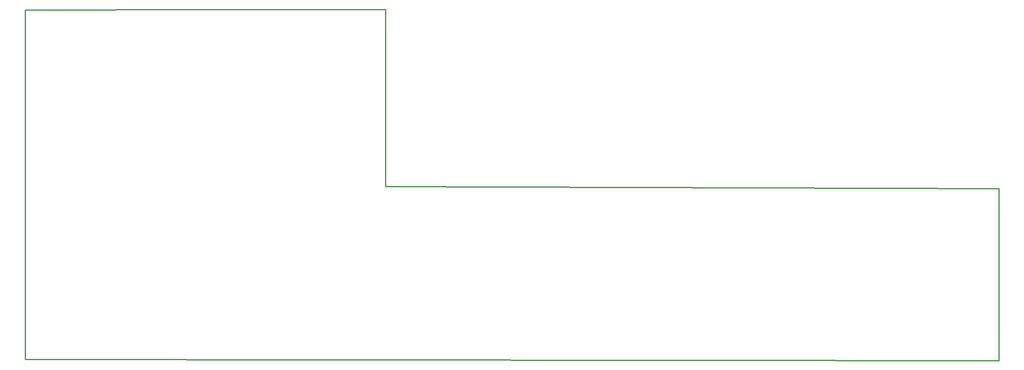
<source format=gko>
G04 Layer: BoardOutline*
G04 EasyEDA v6.4.7, 2020-11-20T21:23:31--3:00*
G04 eeb6c147a42f4a1294c753b82ad487c9,09237c92188f4bc9b643e288e8680b3c,10*
G04 Gerber Generator version 0.2*
G04 Scale: 100 percent, Rotated: No, Reflected: No *
G04 Dimensions in millimeters *
G04 leading zeros omitted , absolute positions ,3 integer and 3 decimal *
%FSLAX33Y33*%
%MOMM*%
G90*
D02*

%ADD10C,0.254000*%
G54D10*
G01X0Y34036D02*
G01X0Y72136D01*
G01X37084Y72263D01*
G01X74041Y72263D01*
G01X74041Y35814D01*
G01X200025Y35433D01*
G01X200025Y0D01*
G01X0Y254D01*
G01X0Y34036D01*

%LPD*%
M00*
M02*

</source>
